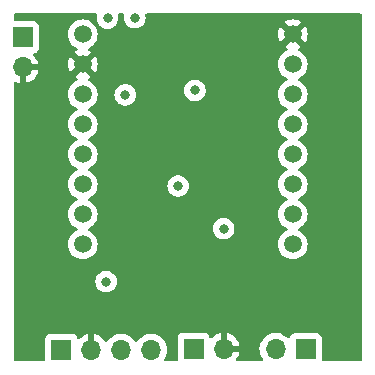
<source format=gbr>
%TF.GenerationSoftware,KiCad,Pcbnew,(6.0.9)*%
%TF.CreationDate,2023-11-13T03:06:44-05:00*%
%TF.ProjectId,ALRT_v1,414c5254-5f76-4312-9e6b-696361645f70,rev?*%
%TF.SameCoordinates,Original*%
%TF.FileFunction,Copper,L2,Inr*%
%TF.FilePolarity,Positive*%
%FSLAX46Y46*%
G04 Gerber Fmt 4.6, Leading zero omitted, Abs format (unit mm)*
G04 Created by KiCad (PCBNEW (6.0.9)) date 2023-11-13 03:06:44*
%MOMM*%
%LPD*%
G01*
G04 APERTURE LIST*
%TA.AperFunction,ComponentPad*%
%ADD10R,1.700000X1.700000*%
%TD*%
%TA.AperFunction,ComponentPad*%
%ADD11O,1.700000X1.700000*%
%TD*%
%TA.AperFunction,ComponentPad*%
%ADD12C,1.500000*%
%TD*%
%TA.AperFunction,ViaPad*%
%ADD13C,0.800000*%
%TD*%
G04 APERTURE END LIST*
D10*
%TO.N,/Vib_out*%
%TO.C,J3*%
X112263000Y-100025200D03*
D11*
%TO.N,GND*%
X114803000Y-100025200D03*
%TD*%
D10*
%TO.N,+3V3*%
%TO.C,J4*%
X101051200Y-100101400D03*
D11*
%TO.N,GND*%
X103591200Y-100101400D03*
%TO.N,/SDA*%
X106131200Y-100101400D03*
%TO.N,/SCL*%
X108671200Y-100101400D03*
%TD*%
D10*
%TO.N,+BATT*%
%TO.C,J1*%
X97790000Y-73660000D03*
D11*
%TO.N,GND*%
X97790000Y-76200000D03*
%TD*%
D10*
%TO.N,/Electrode_p*%
%TO.C,J2*%
X121742200Y-100050600D03*
D11*
%TO.N,/Electrode_n*%
X119202200Y-100050600D03*
%TD*%
D12*
%TO.N,GND*%
%TO.C,U1*%
X120650000Y-73410000D03*
%TO.N,+3V3*%
X120650000Y-75950000D03*
%TO.N,/Vref*%
X120650000Y-78490000D03*
%TO.N,/LED1*%
X120650000Y-81030000D03*
%TO.N,/LED2*%
X120650000Y-83570000D03*
%TO.N,/LED3*%
X120650000Y-86110000D03*
%TO.N,/LED4*%
X120650000Y-88650000D03*
%TO.N,/Shock_chg*%
X120650000Y-91190000D03*
%TO.N,+BATT*%
X102870000Y-73410000D03*
%TO.N,GND*%
X102870000Y-75950000D03*
%TO.N,unconnected-(U1-Pad11)*%
X102870000Y-78490000D03*
%TO.N,/Vib*%
X102870000Y-81030000D03*
%TO.N,/PBNO*%
X102870000Y-83570000D03*
%TO.N,/SDA*%
X102870000Y-86110000D03*
%TO.N,/SCL*%
X102870000Y-88650000D03*
%TO.N,/Shock_dis*%
X102870000Y-91190000D03*
%TD*%
D13*
%TO.N,GND*%
X97600000Y-83198200D03*
X107238800Y-94056200D03*
X100685600Y-97028000D03*
X107878550Y-94683150D03*
X107594400Y-90779600D03*
X107670600Y-90119200D03*
%TO.N,+3V3*%
X112369600Y-78155800D03*
%TO.N,GND*%
X109474000Y-78460600D03*
%TO.N,+3V3*%
X104851200Y-94335600D03*
X106476800Y-78525685D03*
X110955400Y-86241200D03*
X114808000Y-89865200D03*
%TO.N,GND*%
X114008200Y-75094800D03*
X109067600Y-82346800D03*
X117678200Y-82397600D03*
X124663200Y-88544400D03*
%TO.N,/SCL*%
X107289600Y-71983600D03*
%TO.N,/SDA*%
X104978200Y-72034400D03*
%TD*%
%TA.AperFunction,Conductor*%
%TO.N,GND*%
G36*
X104049529Y-71648502D02*
G01*
X104096022Y-71702158D01*
X104106126Y-71772432D01*
X104101242Y-71793431D01*
X104084658Y-71844472D01*
X104064696Y-72034400D01*
X104065386Y-72040965D01*
X104079979Y-72179806D01*
X104084658Y-72224328D01*
X104143673Y-72405956D01*
X104146976Y-72411678D01*
X104146977Y-72411679D01*
X104180886Y-72470410D01*
X104239160Y-72571344D01*
X104243578Y-72576251D01*
X104243579Y-72576252D01*
X104324703Y-72666349D01*
X104366947Y-72713266D01*
X104521448Y-72825518D01*
X104527476Y-72828202D01*
X104527478Y-72828203D01*
X104670994Y-72892100D01*
X104695912Y-72903194D01*
X104789312Y-72923047D01*
X104876256Y-72941528D01*
X104876261Y-72941528D01*
X104882713Y-72942900D01*
X105073687Y-72942900D01*
X105080139Y-72941528D01*
X105080144Y-72941528D01*
X105167088Y-72923047D01*
X105260488Y-72903194D01*
X105285406Y-72892100D01*
X105428922Y-72828203D01*
X105428924Y-72828202D01*
X105434952Y-72825518D01*
X105589453Y-72713266D01*
X105631697Y-72666349D01*
X105712821Y-72576252D01*
X105712822Y-72576251D01*
X105717240Y-72571344D01*
X105775514Y-72470410D01*
X105809423Y-72411679D01*
X105809424Y-72411678D01*
X105812727Y-72405956D01*
X105871742Y-72224328D01*
X105876422Y-72179806D01*
X105891014Y-72040965D01*
X105891704Y-72034400D01*
X105871742Y-71844472D01*
X105855159Y-71793435D01*
X105853131Y-71722469D01*
X105889793Y-71661671D01*
X105953505Y-71630346D01*
X105974992Y-71628500D01*
X106276302Y-71628500D01*
X106344423Y-71648502D01*
X106390916Y-71702158D01*
X106401020Y-71772432D01*
X106399058Y-71780846D01*
X106399471Y-71780934D01*
X106398098Y-71787395D01*
X106396058Y-71793672D01*
X106376096Y-71983600D01*
X106376786Y-71990165D01*
X106395255Y-72165885D01*
X106396058Y-72173528D01*
X106455073Y-72355156D01*
X106550560Y-72520544D01*
X106554978Y-72525451D01*
X106554979Y-72525452D01*
X106620267Y-72597962D01*
X106678347Y-72662466D01*
X106832848Y-72774718D01*
X106838876Y-72777402D01*
X106838878Y-72777403D01*
X107001281Y-72849709D01*
X107007312Y-72852394D01*
X107100713Y-72872247D01*
X107187656Y-72890728D01*
X107187661Y-72890728D01*
X107194113Y-72892100D01*
X107385087Y-72892100D01*
X107391539Y-72890728D01*
X107391544Y-72890728D01*
X107478487Y-72872247D01*
X107571888Y-72852394D01*
X107577919Y-72849709D01*
X107740322Y-72777403D01*
X107740324Y-72777402D01*
X107746352Y-72774718D01*
X107900853Y-72662466D01*
X107958933Y-72597962D01*
X108024221Y-72525452D01*
X108024222Y-72525451D01*
X108028640Y-72520544D01*
X108121973Y-72358887D01*
X119964477Y-72358887D01*
X119971545Y-72372334D01*
X120637189Y-73037979D01*
X120651132Y-73045592D01*
X120652966Y-73045461D01*
X120659580Y-73041210D01*
X121329180Y-72371609D01*
X121335607Y-72359839D01*
X121326313Y-72347825D01*
X121285912Y-72319536D01*
X121276416Y-72314053D01*
X121086887Y-72225674D01*
X121076595Y-72221928D01*
X120874599Y-72167804D01*
X120863804Y-72165901D01*
X120655475Y-72147674D01*
X120644525Y-72147674D01*
X120436196Y-72165901D01*
X120425401Y-72167804D01*
X120223405Y-72221928D01*
X120213113Y-72225674D01*
X120023583Y-72314054D01*
X120014093Y-72319534D01*
X119972851Y-72348411D01*
X119964477Y-72358887D01*
X108121973Y-72358887D01*
X108124127Y-72355156D01*
X108183142Y-72173528D01*
X108183946Y-72165885D01*
X108202414Y-71990165D01*
X108203104Y-71983600D01*
X108183142Y-71793672D01*
X108181102Y-71787395D01*
X108179729Y-71780934D01*
X108182717Y-71780299D01*
X108180998Y-71722617D01*
X108217587Y-71661775D01*
X108281261Y-71630372D01*
X108302898Y-71628500D01*
X126365500Y-71628500D01*
X126433621Y-71648502D01*
X126480114Y-71702158D01*
X126491500Y-71754500D01*
X126491500Y-100965500D01*
X126471498Y-101033621D01*
X126417842Y-101080114D01*
X126365500Y-101091500D01*
X123225620Y-101091500D01*
X123157499Y-101071498D01*
X123111006Y-101017842D01*
X123100951Y-100955572D01*
X123100147Y-100955528D01*
X123100331Y-100952131D01*
X123100700Y-100948734D01*
X123100700Y-99152466D01*
X123093945Y-99090284D01*
X123042815Y-98953895D01*
X122955461Y-98837339D01*
X122838905Y-98749985D01*
X122702516Y-98698855D01*
X122640334Y-98692100D01*
X120844066Y-98692100D01*
X120781884Y-98698855D01*
X120645495Y-98749985D01*
X120528939Y-98837339D01*
X120441585Y-98953895D01*
X120438433Y-98962303D01*
X120397119Y-99072507D01*
X120354477Y-99129271D01*
X120287916Y-99153971D01*
X120218567Y-99138763D01*
X120185943Y-99113076D01*
X120135351Y-99057475D01*
X120135342Y-99057466D01*
X120131870Y-99053651D01*
X120127819Y-99050452D01*
X120127815Y-99050448D01*
X119960614Y-98918400D01*
X119960610Y-98918398D01*
X119956559Y-98915198D01*
X119760989Y-98807238D01*
X119756120Y-98805514D01*
X119756116Y-98805512D01*
X119555287Y-98734395D01*
X119555283Y-98734394D01*
X119550412Y-98732669D01*
X119545319Y-98731762D01*
X119545316Y-98731761D01*
X119335573Y-98694400D01*
X119335567Y-98694399D01*
X119330484Y-98693494D01*
X119256652Y-98692592D01*
X119112281Y-98690828D01*
X119112279Y-98690828D01*
X119107111Y-98690765D01*
X118886291Y-98724555D01*
X118673956Y-98793957D01*
X118643643Y-98809737D01*
X118528375Y-98869742D01*
X118475807Y-98897107D01*
X118471674Y-98900210D01*
X118471671Y-98900212D01*
X118301300Y-99028130D01*
X118297165Y-99031235D01*
X118272080Y-99057485D01*
X118203480Y-99129271D01*
X118142829Y-99192738D01*
X118139915Y-99197010D01*
X118139914Y-99197011D01*
X118105266Y-99247803D01*
X118016943Y-99377280D01*
X117922888Y-99579905D01*
X117863189Y-99795170D01*
X117839451Y-100017295D01*
X117852310Y-100240315D01*
X117853447Y-100245361D01*
X117853448Y-100245367D01*
X117863758Y-100291115D01*
X117901422Y-100458239D01*
X117985466Y-100665216D01*
X118102187Y-100855688D01*
X118105565Y-100859588D01*
X118105566Y-100859589D01*
X118125848Y-100883003D01*
X118155330Y-100947588D01*
X118145215Y-101017861D01*
X118098714Y-101071509D01*
X118030610Y-101091500D01*
X115954812Y-101091500D01*
X115886691Y-101071498D01*
X115840198Y-101017842D01*
X115830094Y-100947568D01*
X115852489Y-100891974D01*
X115968009Y-100731211D01*
X115973313Y-100722383D01*
X116067670Y-100531467D01*
X116071469Y-100521872D01*
X116133377Y-100318110D01*
X116135555Y-100308037D01*
X116136986Y-100297162D01*
X116134775Y-100282978D01*
X116121617Y-100279200D01*
X114675000Y-100279200D01*
X114606879Y-100259198D01*
X114560386Y-100205542D01*
X114549000Y-100153200D01*
X114549000Y-99753085D01*
X115057000Y-99753085D01*
X115061475Y-99768324D01*
X115062865Y-99769529D01*
X115070548Y-99771200D01*
X116121344Y-99771200D01*
X116134875Y-99767227D01*
X116136180Y-99758147D01*
X116094214Y-99591075D01*
X116090894Y-99581324D01*
X116005972Y-99386014D01*
X116001105Y-99376939D01*
X115885426Y-99198126D01*
X115879136Y-99189957D01*
X115735806Y-99032440D01*
X115728273Y-99025415D01*
X115561139Y-98893422D01*
X115552552Y-98887717D01*
X115366117Y-98784799D01*
X115356705Y-98780569D01*
X115155959Y-98709480D01*
X115145988Y-98706846D01*
X115074837Y-98694172D01*
X115061540Y-98695632D01*
X115057000Y-98710189D01*
X115057000Y-99753085D01*
X114549000Y-99753085D01*
X114549000Y-98708302D01*
X114545082Y-98694958D01*
X114530806Y-98692971D01*
X114492324Y-98698860D01*
X114482288Y-98701251D01*
X114279868Y-98767412D01*
X114270359Y-98771409D01*
X114081463Y-98869742D01*
X114072738Y-98875236D01*
X113902433Y-99003105D01*
X113894726Y-99009948D01*
X113817478Y-99090784D01*
X113755954Y-99126214D01*
X113685042Y-99122757D01*
X113627255Y-99081511D01*
X113608402Y-99047963D01*
X113566767Y-98936903D01*
X113563615Y-98928495D01*
X113476261Y-98811939D01*
X113359705Y-98724585D01*
X113223316Y-98673455D01*
X113161134Y-98666700D01*
X111364866Y-98666700D01*
X111302684Y-98673455D01*
X111166295Y-98724585D01*
X111049739Y-98811939D01*
X110962385Y-98928495D01*
X110911255Y-99064884D01*
X110904500Y-99127066D01*
X110904500Y-100923334D01*
X110904868Y-100926726D01*
X110904869Y-100926736D01*
X110907602Y-100951894D01*
X110895073Y-101021776D01*
X110846752Y-101073791D01*
X110782339Y-101091500D01*
X109878385Y-101091500D01*
X109810264Y-101071498D01*
X109763771Y-101017842D01*
X109753667Y-100947568D01*
X109776062Y-100891974D01*
X109836635Y-100807677D01*
X109839653Y-100803477D01*
X109907986Y-100665216D01*
X109936336Y-100607853D01*
X109936337Y-100607851D01*
X109938630Y-100603211D01*
X110003570Y-100389469D01*
X110032729Y-100167990D01*
X110032811Y-100164640D01*
X110034274Y-100104765D01*
X110034274Y-100104761D01*
X110034356Y-100101400D01*
X110016052Y-99878761D01*
X109961631Y-99662102D01*
X109872554Y-99457240D01*
X109751214Y-99269677D01*
X109600870Y-99104451D01*
X109596819Y-99101252D01*
X109596815Y-99101248D01*
X109429614Y-98969200D01*
X109429610Y-98969198D01*
X109425559Y-98965998D01*
X109418866Y-98962303D01*
X109357622Y-98928495D01*
X109229989Y-98858038D01*
X109225120Y-98856314D01*
X109225116Y-98856312D01*
X109024287Y-98785195D01*
X109024283Y-98785194D01*
X109019412Y-98783469D01*
X109014319Y-98782562D01*
X109014316Y-98782561D01*
X108804573Y-98745200D01*
X108804567Y-98745199D01*
X108799484Y-98744294D01*
X108725652Y-98743392D01*
X108581281Y-98741628D01*
X108581279Y-98741628D01*
X108576111Y-98741565D01*
X108355291Y-98775355D01*
X108142956Y-98844757D01*
X107944807Y-98947907D01*
X107940674Y-98951010D01*
X107940671Y-98951012D01*
X107770300Y-99078930D01*
X107766165Y-99082035D01*
X107762593Y-99085773D01*
X107635396Y-99218877D01*
X107611829Y-99243538D01*
X107504401Y-99401021D01*
X107449493Y-99446021D01*
X107378968Y-99454192D01*
X107315221Y-99422938D01*
X107294524Y-99398454D01*
X107214022Y-99274017D01*
X107214020Y-99274014D01*
X107211214Y-99269677D01*
X107060870Y-99104451D01*
X107056819Y-99101252D01*
X107056815Y-99101248D01*
X106889614Y-98969200D01*
X106889610Y-98969198D01*
X106885559Y-98965998D01*
X106878866Y-98962303D01*
X106817622Y-98928495D01*
X106689989Y-98858038D01*
X106685120Y-98856314D01*
X106685116Y-98856312D01*
X106484287Y-98785195D01*
X106484283Y-98785194D01*
X106479412Y-98783469D01*
X106474319Y-98782562D01*
X106474316Y-98782561D01*
X106264573Y-98745200D01*
X106264567Y-98745199D01*
X106259484Y-98744294D01*
X106185652Y-98743392D01*
X106041281Y-98741628D01*
X106041279Y-98741628D01*
X106036111Y-98741565D01*
X105815291Y-98775355D01*
X105602956Y-98844757D01*
X105404807Y-98947907D01*
X105400674Y-98951010D01*
X105400671Y-98951012D01*
X105230300Y-99078930D01*
X105226165Y-99082035D01*
X105222593Y-99085773D01*
X105095396Y-99218877D01*
X105071829Y-99243538D01*
X104964404Y-99401018D01*
X104964098Y-99401466D01*
X104909187Y-99446469D01*
X104838662Y-99454640D01*
X104774915Y-99423386D01*
X104754218Y-99398902D01*
X104673626Y-99274326D01*
X104667336Y-99266157D01*
X104524006Y-99108640D01*
X104516473Y-99101615D01*
X104349339Y-98969622D01*
X104340752Y-98963917D01*
X104154317Y-98860999D01*
X104144905Y-98856769D01*
X103944159Y-98785680D01*
X103934188Y-98783046D01*
X103863037Y-98770372D01*
X103849740Y-98771832D01*
X103845200Y-98786389D01*
X103845200Y-100229400D01*
X103825198Y-100297521D01*
X103771542Y-100344014D01*
X103719200Y-100355400D01*
X103463200Y-100355400D01*
X103395079Y-100335398D01*
X103348586Y-100281742D01*
X103337200Y-100229400D01*
X103337200Y-98784502D01*
X103333282Y-98771158D01*
X103319006Y-98769171D01*
X103280524Y-98775060D01*
X103270488Y-98777451D01*
X103068068Y-98843612D01*
X103058559Y-98847609D01*
X102869663Y-98945942D01*
X102860938Y-98951436D01*
X102690633Y-99079305D01*
X102682926Y-99086148D01*
X102605678Y-99166984D01*
X102544154Y-99202414D01*
X102473242Y-99198957D01*
X102415455Y-99157711D01*
X102396602Y-99124163D01*
X102354967Y-99013103D01*
X102351815Y-99004695D01*
X102264461Y-98888139D01*
X102147905Y-98800785D01*
X102011516Y-98749655D01*
X101949334Y-98742900D01*
X100153066Y-98742900D01*
X100090884Y-98749655D01*
X99954495Y-98800785D01*
X99837939Y-98888139D01*
X99750585Y-99004695D01*
X99699455Y-99141084D01*
X99692700Y-99203266D01*
X99692700Y-100965500D01*
X99672698Y-101033621D01*
X99619042Y-101080114D01*
X99566700Y-101091500D01*
X97154500Y-101091500D01*
X97086379Y-101071498D01*
X97039886Y-101017842D01*
X97028500Y-100965500D01*
X97028500Y-94335600D01*
X103937696Y-94335600D01*
X103957658Y-94525528D01*
X104016673Y-94707156D01*
X104112160Y-94872544D01*
X104239947Y-95014466D01*
X104394448Y-95126718D01*
X104400476Y-95129402D01*
X104400478Y-95129403D01*
X104562881Y-95201709D01*
X104568912Y-95204394D01*
X104662312Y-95224247D01*
X104749256Y-95242728D01*
X104749261Y-95242728D01*
X104755713Y-95244100D01*
X104946687Y-95244100D01*
X104953139Y-95242728D01*
X104953144Y-95242728D01*
X105040087Y-95224247D01*
X105133488Y-95204394D01*
X105139519Y-95201709D01*
X105301922Y-95129403D01*
X105301924Y-95129402D01*
X105307952Y-95126718D01*
X105462453Y-95014466D01*
X105590240Y-94872544D01*
X105685727Y-94707156D01*
X105744742Y-94525528D01*
X105764704Y-94335600D01*
X105744742Y-94145672D01*
X105685727Y-93964044D01*
X105590240Y-93798656D01*
X105462453Y-93656734D01*
X105307952Y-93544482D01*
X105301924Y-93541798D01*
X105301922Y-93541797D01*
X105139519Y-93469491D01*
X105139518Y-93469491D01*
X105133488Y-93466806D01*
X105040088Y-93446953D01*
X104953144Y-93428472D01*
X104953139Y-93428472D01*
X104946687Y-93427100D01*
X104755713Y-93427100D01*
X104749261Y-93428472D01*
X104749256Y-93428472D01*
X104662312Y-93446953D01*
X104568912Y-93466806D01*
X104562882Y-93469491D01*
X104562881Y-93469491D01*
X104400478Y-93541797D01*
X104400476Y-93541798D01*
X104394448Y-93544482D01*
X104239947Y-93656734D01*
X104112160Y-93798656D01*
X104016673Y-93964044D01*
X103957658Y-94145672D01*
X103937696Y-94335600D01*
X97028500Y-94335600D01*
X97028500Y-91190000D01*
X101606693Y-91190000D01*
X101625885Y-91409371D01*
X101682880Y-91622076D01*
X101685205Y-91627061D01*
X101773618Y-91816666D01*
X101773621Y-91816671D01*
X101775944Y-91821653D01*
X101902251Y-92002038D01*
X102057962Y-92157749D01*
X102238346Y-92284056D01*
X102437924Y-92377120D01*
X102650629Y-92434115D01*
X102870000Y-92453307D01*
X103089371Y-92434115D01*
X103302076Y-92377120D01*
X103501654Y-92284056D01*
X103682038Y-92157749D01*
X103837749Y-92002038D01*
X103964056Y-91821653D01*
X103966379Y-91816671D01*
X103966382Y-91816666D01*
X104054795Y-91627061D01*
X104057120Y-91622076D01*
X104114115Y-91409371D01*
X104133307Y-91190000D01*
X119386693Y-91190000D01*
X119405885Y-91409371D01*
X119462880Y-91622076D01*
X119465205Y-91627061D01*
X119553618Y-91816666D01*
X119553621Y-91816671D01*
X119555944Y-91821653D01*
X119682251Y-92002038D01*
X119837962Y-92157749D01*
X120018346Y-92284056D01*
X120217924Y-92377120D01*
X120430629Y-92434115D01*
X120650000Y-92453307D01*
X120869371Y-92434115D01*
X121082076Y-92377120D01*
X121281654Y-92284056D01*
X121462038Y-92157749D01*
X121617749Y-92002038D01*
X121744056Y-91821653D01*
X121746379Y-91816671D01*
X121746382Y-91816666D01*
X121834795Y-91627061D01*
X121837120Y-91622076D01*
X121894115Y-91409371D01*
X121913307Y-91190000D01*
X121894115Y-90970629D01*
X121837120Y-90757924D01*
X121790993Y-90659003D01*
X121746382Y-90563334D01*
X121746379Y-90563329D01*
X121744056Y-90558347D01*
X121736775Y-90547949D01*
X121620908Y-90382473D01*
X121620906Y-90382470D01*
X121617749Y-90377962D01*
X121462038Y-90222251D01*
X121281654Y-90095944D01*
X121276672Y-90093621D01*
X121276667Y-90093618D01*
X121149232Y-90034195D01*
X121095947Y-89987278D01*
X121076486Y-89919001D01*
X121097028Y-89851041D01*
X121149232Y-89805805D01*
X121276667Y-89746382D01*
X121276672Y-89746379D01*
X121281654Y-89744056D01*
X121462038Y-89617749D01*
X121617749Y-89462038D01*
X121707421Y-89333974D01*
X121740899Y-89286162D01*
X121740900Y-89286160D01*
X121744056Y-89281653D01*
X121746379Y-89276671D01*
X121746382Y-89276666D01*
X121834795Y-89087061D01*
X121837120Y-89082076D01*
X121894115Y-88869371D01*
X121913307Y-88650000D01*
X121894115Y-88430629D01*
X121837120Y-88217924D01*
X121793585Y-88124562D01*
X121746382Y-88023334D01*
X121746379Y-88023329D01*
X121744056Y-88018347D01*
X121617749Y-87837962D01*
X121462038Y-87682251D01*
X121281654Y-87555944D01*
X121276672Y-87553621D01*
X121276667Y-87553618D01*
X121149232Y-87494195D01*
X121095947Y-87447278D01*
X121076486Y-87379001D01*
X121097028Y-87311041D01*
X121149232Y-87265805D01*
X121276667Y-87206382D01*
X121276672Y-87206379D01*
X121281654Y-87204056D01*
X121462038Y-87077749D01*
X121617749Y-86922038D01*
X121744056Y-86741653D01*
X121746379Y-86736671D01*
X121746382Y-86736666D01*
X121834795Y-86547061D01*
X121837120Y-86542076D01*
X121894115Y-86329371D01*
X121913307Y-86110000D01*
X121894115Y-85890629D01*
X121837120Y-85677924D01*
X121781409Y-85558451D01*
X121746382Y-85483334D01*
X121746379Y-85483329D01*
X121744056Y-85478347D01*
X121722385Y-85447397D01*
X121620908Y-85302473D01*
X121620906Y-85302470D01*
X121617749Y-85297962D01*
X121462038Y-85142251D01*
X121281654Y-85015944D01*
X121276672Y-85013621D01*
X121276667Y-85013618D01*
X121149232Y-84954195D01*
X121095947Y-84907278D01*
X121076486Y-84839001D01*
X121097028Y-84771041D01*
X121149232Y-84725805D01*
X121276667Y-84666382D01*
X121276672Y-84666379D01*
X121281654Y-84664056D01*
X121462038Y-84537749D01*
X121617749Y-84382038D01*
X121744056Y-84201653D01*
X121746379Y-84196671D01*
X121746382Y-84196666D01*
X121834795Y-84007061D01*
X121837120Y-84002076D01*
X121894115Y-83789371D01*
X121913307Y-83570000D01*
X121894115Y-83350629D01*
X121837120Y-83137924D01*
X121793585Y-83044562D01*
X121746382Y-82943334D01*
X121746379Y-82943329D01*
X121744056Y-82938347D01*
X121617749Y-82757962D01*
X121462038Y-82602251D01*
X121281654Y-82475944D01*
X121276672Y-82473621D01*
X121276667Y-82473618D01*
X121149232Y-82414195D01*
X121095947Y-82367278D01*
X121076486Y-82299001D01*
X121097028Y-82231041D01*
X121149232Y-82185805D01*
X121276667Y-82126382D01*
X121276672Y-82126379D01*
X121281654Y-82124056D01*
X121462038Y-81997749D01*
X121617749Y-81842038D01*
X121744056Y-81661653D01*
X121746379Y-81656671D01*
X121746382Y-81656666D01*
X121834795Y-81467061D01*
X121837120Y-81462076D01*
X121894115Y-81249371D01*
X121913307Y-81030000D01*
X121894115Y-80810629D01*
X121837120Y-80597924D01*
X121793585Y-80504562D01*
X121746382Y-80403334D01*
X121746379Y-80403329D01*
X121744056Y-80398347D01*
X121617749Y-80217962D01*
X121462038Y-80062251D01*
X121281654Y-79935944D01*
X121276672Y-79933621D01*
X121276667Y-79933618D01*
X121149232Y-79874195D01*
X121095947Y-79827278D01*
X121076486Y-79759001D01*
X121097028Y-79691041D01*
X121149232Y-79645805D01*
X121276667Y-79586382D01*
X121276672Y-79586379D01*
X121281654Y-79584056D01*
X121462038Y-79457749D01*
X121617749Y-79302038D01*
X121683292Y-79208434D01*
X121740899Y-79126162D01*
X121740900Y-79126160D01*
X121744056Y-79121653D01*
X121746379Y-79116671D01*
X121746382Y-79116666D01*
X121825536Y-78946918D01*
X121837120Y-78922076D01*
X121894115Y-78709371D01*
X121913307Y-78490000D01*
X121894115Y-78270629D01*
X121837120Y-78057924D01*
X121791268Y-77959594D01*
X121746382Y-77863334D01*
X121746379Y-77863329D01*
X121744056Y-77858347D01*
X121733265Y-77842936D01*
X121620908Y-77682473D01*
X121620906Y-77682470D01*
X121617749Y-77677962D01*
X121462038Y-77522251D01*
X121456706Y-77518517D01*
X121382322Y-77466433D01*
X121281654Y-77395944D01*
X121276672Y-77393621D01*
X121276667Y-77393618D01*
X121149232Y-77334195D01*
X121095947Y-77287278D01*
X121076486Y-77219001D01*
X121097028Y-77151041D01*
X121149232Y-77105805D01*
X121276667Y-77046382D01*
X121276672Y-77046379D01*
X121281654Y-77044056D01*
X121462038Y-76917749D01*
X121617749Y-76762038D01*
X121656801Y-76706267D01*
X121740899Y-76586162D01*
X121740900Y-76586160D01*
X121744056Y-76581653D01*
X121746379Y-76576671D01*
X121746382Y-76576666D01*
X121797264Y-76467548D01*
X121837120Y-76382076D01*
X121894115Y-76169371D01*
X121913307Y-75950000D01*
X121894115Y-75730629D01*
X121837120Y-75517924D01*
X121769507Y-75372926D01*
X121746382Y-75323334D01*
X121746379Y-75323329D01*
X121744056Y-75318347D01*
X121712786Y-75273689D01*
X121620908Y-75142473D01*
X121620906Y-75142470D01*
X121617749Y-75137962D01*
X121462038Y-74982251D01*
X121435641Y-74963767D01*
X121344342Y-74899839D01*
X121281654Y-74855944D01*
X121276672Y-74853621D01*
X121276667Y-74853618D01*
X121148641Y-74793919D01*
X121095356Y-74747002D01*
X121075895Y-74678724D01*
X121096437Y-74610764D01*
X121148641Y-74565529D01*
X121276416Y-74505947D01*
X121285912Y-74500464D01*
X121327148Y-74471590D01*
X121335523Y-74461112D01*
X121328457Y-74447668D01*
X120662811Y-73782021D01*
X120648868Y-73774408D01*
X120647034Y-73774539D01*
X120640420Y-73778790D01*
X119970820Y-74448391D01*
X119964393Y-74460161D01*
X119973687Y-74472175D01*
X120014088Y-74500464D01*
X120023584Y-74505947D01*
X120151359Y-74565529D01*
X120204644Y-74612446D01*
X120224105Y-74680724D01*
X120203563Y-74748684D01*
X120151359Y-74793919D01*
X120023334Y-74853618D01*
X120023329Y-74853621D01*
X120018347Y-74855944D01*
X120013840Y-74859100D01*
X120013838Y-74859101D01*
X119842473Y-74979092D01*
X119842470Y-74979094D01*
X119837962Y-74982251D01*
X119682251Y-75137962D01*
X119679094Y-75142470D01*
X119679092Y-75142473D01*
X119587214Y-75273689D01*
X119555944Y-75318347D01*
X119553621Y-75323329D01*
X119553618Y-75323334D01*
X119530493Y-75372926D01*
X119462880Y-75517924D01*
X119405885Y-75730629D01*
X119386693Y-75950000D01*
X119405885Y-76169371D01*
X119462880Y-76382076D01*
X119502736Y-76467548D01*
X119553618Y-76576666D01*
X119553621Y-76576671D01*
X119555944Y-76581653D01*
X119559100Y-76586160D01*
X119559101Y-76586162D01*
X119643200Y-76706267D01*
X119682251Y-76762038D01*
X119837962Y-76917749D01*
X120018346Y-77044056D01*
X120023328Y-77046379D01*
X120023333Y-77046382D01*
X120150768Y-77105805D01*
X120204053Y-77152722D01*
X120223514Y-77220999D01*
X120202972Y-77288959D01*
X120150768Y-77334195D01*
X120023334Y-77393618D01*
X120023329Y-77393621D01*
X120018347Y-77395944D01*
X120013840Y-77399100D01*
X120013838Y-77399101D01*
X119842473Y-77519092D01*
X119842470Y-77519094D01*
X119837962Y-77522251D01*
X119682251Y-77677962D01*
X119679094Y-77682470D01*
X119679092Y-77682473D01*
X119566735Y-77842936D01*
X119555944Y-77858347D01*
X119553621Y-77863329D01*
X119553618Y-77863334D01*
X119508732Y-77959594D01*
X119462880Y-78057924D01*
X119405885Y-78270629D01*
X119386693Y-78490000D01*
X119405885Y-78709371D01*
X119462880Y-78922076D01*
X119474464Y-78946918D01*
X119553618Y-79116666D01*
X119553621Y-79116671D01*
X119555944Y-79121653D01*
X119559100Y-79126160D01*
X119559101Y-79126162D01*
X119616709Y-79208434D01*
X119682251Y-79302038D01*
X119837962Y-79457749D01*
X120018346Y-79584056D01*
X120023328Y-79586379D01*
X120023333Y-79586382D01*
X120150768Y-79645805D01*
X120204053Y-79692722D01*
X120223514Y-79760999D01*
X120202972Y-79828959D01*
X120150768Y-79874195D01*
X120023334Y-79933618D01*
X120023329Y-79933621D01*
X120018347Y-79935944D01*
X120013840Y-79939100D01*
X120013838Y-79939101D01*
X119842473Y-80059092D01*
X119842470Y-80059094D01*
X119837962Y-80062251D01*
X119682251Y-80217962D01*
X119555944Y-80398347D01*
X119553621Y-80403329D01*
X119553618Y-80403334D01*
X119506415Y-80504562D01*
X119462880Y-80597924D01*
X119405885Y-80810629D01*
X119386693Y-81030000D01*
X119405885Y-81249371D01*
X119462880Y-81462076D01*
X119465205Y-81467061D01*
X119553618Y-81656666D01*
X119553621Y-81656671D01*
X119555944Y-81661653D01*
X119682251Y-81842038D01*
X119837962Y-81997749D01*
X120018346Y-82124056D01*
X120023328Y-82126379D01*
X120023333Y-82126382D01*
X120150768Y-82185805D01*
X120204053Y-82232722D01*
X120223514Y-82300999D01*
X120202972Y-82368959D01*
X120150768Y-82414195D01*
X120023334Y-82473618D01*
X120023329Y-82473621D01*
X120018347Y-82475944D01*
X120013840Y-82479100D01*
X120013838Y-82479101D01*
X119842473Y-82599092D01*
X119842470Y-82599094D01*
X119837962Y-82602251D01*
X119682251Y-82757962D01*
X119555944Y-82938347D01*
X119553621Y-82943329D01*
X119553618Y-82943334D01*
X119506415Y-83044562D01*
X119462880Y-83137924D01*
X119405885Y-83350629D01*
X119386693Y-83570000D01*
X119405885Y-83789371D01*
X119462880Y-84002076D01*
X119465205Y-84007061D01*
X119553618Y-84196666D01*
X119553621Y-84196671D01*
X119555944Y-84201653D01*
X119682251Y-84382038D01*
X119837962Y-84537749D01*
X120018346Y-84664056D01*
X120023328Y-84666379D01*
X120023333Y-84666382D01*
X120150768Y-84725805D01*
X120204053Y-84772722D01*
X120223514Y-84840999D01*
X120202972Y-84908959D01*
X120150768Y-84954195D01*
X120023334Y-85013618D01*
X120023329Y-85013621D01*
X120018347Y-85015944D01*
X120013840Y-85019100D01*
X120013838Y-85019101D01*
X119842473Y-85139092D01*
X119842470Y-85139094D01*
X119837962Y-85142251D01*
X119682251Y-85297962D01*
X119679094Y-85302470D01*
X119679092Y-85302473D01*
X119577615Y-85447397D01*
X119555944Y-85478347D01*
X119553621Y-85483329D01*
X119553618Y-85483334D01*
X119518591Y-85558451D01*
X119462880Y-85677924D01*
X119405885Y-85890629D01*
X119386693Y-86110000D01*
X119405885Y-86329371D01*
X119462880Y-86542076D01*
X119465205Y-86547061D01*
X119553618Y-86736666D01*
X119553621Y-86736671D01*
X119555944Y-86741653D01*
X119682251Y-86922038D01*
X119837962Y-87077749D01*
X120018346Y-87204056D01*
X120023328Y-87206379D01*
X120023333Y-87206382D01*
X120150768Y-87265805D01*
X120204053Y-87312722D01*
X120223514Y-87380999D01*
X120202972Y-87448959D01*
X120150768Y-87494195D01*
X120023334Y-87553618D01*
X120023329Y-87553621D01*
X120018347Y-87555944D01*
X120013840Y-87559100D01*
X120013838Y-87559101D01*
X119842473Y-87679092D01*
X119842470Y-87679094D01*
X119837962Y-87682251D01*
X119682251Y-87837962D01*
X119555944Y-88018347D01*
X119553621Y-88023329D01*
X119553618Y-88023334D01*
X119506415Y-88124562D01*
X119462880Y-88217924D01*
X119405885Y-88430629D01*
X119386693Y-88650000D01*
X119405885Y-88869371D01*
X119462880Y-89082076D01*
X119465205Y-89087061D01*
X119553618Y-89276666D01*
X119553621Y-89276671D01*
X119555944Y-89281653D01*
X119559100Y-89286160D01*
X119559101Y-89286162D01*
X119592580Y-89333974D01*
X119682251Y-89462038D01*
X119837962Y-89617749D01*
X120018346Y-89744056D01*
X120023328Y-89746379D01*
X120023333Y-89746382D01*
X120150768Y-89805805D01*
X120204053Y-89852722D01*
X120223514Y-89920999D01*
X120202972Y-89988959D01*
X120150768Y-90034195D01*
X120023334Y-90093618D01*
X120023329Y-90093621D01*
X120018347Y-90095944D01*
X120013840Y-90099100D01*
X120013838Y-90099101D01*
X119842473Y-90219092D01*
X119842470Y-90219094D01*
X119837962Y-90222251D01*
X119682251Y-90377962D01*
X119679094Y-90382470D01*
X119679092Y-90382473D01*
X119563225Y-90547949D01*
X119555944Y-90558347D01*
X119553621Y-90563329D01*
X119553618Y-90563334D01*
X119509007Y-90659003D01*
X119462880Y-90757924D01*
X119405885Y-90970629D01*
X119386693Y-91190000D01*
X104133307Y-91190000D01*
X104114115Y-90970629D01*
X104057120Y-90757924D01*
X104010993Y-90659003D01*
X103966382Y-90563334D01*
X103966379Y-90563329D01*
X103964056Y-90558347D01*
X103956775Y-90547949D01*
X103840908Y-90382473D01*
X103840906Y-90382470D01*
X103837749Y-90377962D01*
X103682038Y-90222251D01*
X103501654Y-90095944D01*
X103496672Y-90093621D01*
X103496667Y-90093618D01*
X103369232Y-90034195D01*
X103315947Y-89987278D01*
X103296486Y-89919001D01*
X103312748Y-89865200D01*
X113894496Y-89865200D01*
X113895186Y-89871765D01*
X113908967Y-90002880D01*
X113914458Y-90055128D01*
X113973473Y-90236756D01*
X114068960Y-90402144D01*
X114196747Y-90544066D01*
X114351248Y-90656318D01*
X114357276Y-90659002D01*
X114357278Y-90659003D01*
X114519681Y-90731309D01*
X114525712Y-90733994D01*
X114614841Y-90752939D01*
X114706056Y-90772328D01*
X114706061Y-90772328D01*
X114712513Y-90773700D01*
X114903487Y-90773700D01*
X114909939Y-90772328D01*
X114909944Y-90772328D01*
X115001159Y-90752939D01*
X115090288Y-90733994D01*
X115096319Y-90731309D01*
X115258722Y-90659003D01*
X115258724Y-90659002D01*
X115264752Y-90656318D01*
X115419253Y-90544066D01*
X115547040Y-90402144D01*
X115642527Y-90236756D01*
X115701542Y-90055128D01*
X115707034Y-90002880D01*
X115720814Y-89871765D01*
X115721504Y-89865200D01*
X115709016Y-89746382D01*
X115702232Y-89681835D01*
X115702232Y-89681833D01*
X115701542Y-89675272D01*
X115642527Y-89493644D01*
X115547040Y-89328256D01*
X115509139Y-89286162D01*
X115423675Y-89191245D01*
X115423674Y-89191244D01*
X115419253Y-89186334D01*
X115264752Y-89074082D01*
X115258724Y-89071398D01*
X115258722Y-89071397D01*
X115096319Y-88999091D01*
X115096318Y-88999091D01*
X115090288Y-88996406D01*
X114996887Y-88976553D01*
X114909944Y-88958072D01*
X114909939Y-88958072D01*
X114903487Y-88956700D01*
X114712513Y-88956700D01*
X114706061Y-88958072D01*
X114706056Y-88958072D01*
X114619113Y-88976553D01*
X114525712Y-88996406D01*
X114519682Y-88999091D01*
X114519681Y-88999091D01*
X114357278Y-89071397D01*
X114357276Y-89071398D01*
X114351248Y-89074082D01*
X114196747Y-89186334D01*
X114192326Y-89191244D01*
X114192325Y-89191245D01*
X114106862Y-89286162D01*
X114068960Y-89328256D01*
X113973473Y-89493644D01*
X113914458Y-89675272D01*
X113913768Y-89681833D01*
X113913768Y-89681835D01*
X113906984Y-89746382D01*
X113894496Y-89865200D01*
X103312748Y-89865200D01*
X103317028Y-89851041D01*
X103369232Y-89805805D01*
X103496667Y-89746382D01*
X103496672Y-89746379D01*
X103501654Y-89744056D01*
X103682038Y-89617749D01*
X103837749Y-89462038D01*
X103927421Y-89333974D01*
X103960899Y-89286162D01*
X103960900Y-89286160D01*
X103964056Y-89281653D01*
X103966379Y-89276671D01*
X103966382Y-89276666D01*
X104054795Y-89087061D01*
X104057120Y-89082076D01*
X104114115Y-88869371D01*
X104133307Y-88650000D01*
X104114115Y-88430629D01*
X104057120Y-88217924D01*
X104013585Y-88124562D01*
X103966382Y-88023334D01*
X103966379Y-88023329D01*
X103964056Y-88018347D01*
X103837749Y-87837962D01*
X103682038Y-87682251D01*
X103501654Y-87555944D01*
X103496672Y-87553621D01*
X103496667Y-87553618D01*
X103369232Y-87494195D01*
X103315947Y-87447278D01*
X103296486Y-87379001D01*
X103317028Y-87311041D01*
X103369232Y-87265805D01*
X103496667Y-87206382D01*
X103496672Y-87206379D01*
X103501654Y-87204056D01*
X103682038Y-87077749D01*
X103837749Y-86922038D01*
X103964056Y-86741653D01*
X103966379Y-86736671D01*
X103966382Y-86736666D01*
X104054795Y-86547061D01*
X104057120Y-86542076D01*
X104114115Y-86329371D01*
X104121829Y-86241200D01*
X110041896Y-86241200D01*
X110061858Y-86431128D01*
X110120873Y-86612756D01*
X110216360Y-86778144D01*
X110344147Y-86920066D01*
X110498648Y-87032318D01*
X110504676Y-87035002D01*
X110504678Y-87035003D01*
X110591935Y-87073852D01*
X110673112Y-87109994D01*
X110766513Y-87129847D01*
X110853456Y-87148328D01*
X110853461Y-87148328D01*
X110859913Y-87149700D01*
X111050887Y-87149700D01*
X111057339Y-87148328D01*
X111057344Y-87148328D01*
X111144287Y-87129847D01*
X111237688Y-87109994D01*
X111318865Y-87073852D01*
X111406122Y-87035003D01*
X111406124Y-87035002D01*
X111412152Y-87032318D01*
X111566653Y-86920066D01*
X111694440Y-86778144D01*
X111789927Y-86612756D01*
X111848942Y-86431128D01*
X111868904Y-86241200D01*
X111855690Y-86115475D01*
X111849632Y-86057835D01*
X111849632Y-86057833D01*
X111848942Y-86051272D01*
X111789927Y-85869644D01*
X111694440Y-85704256D01*
X111566653Y-85562334D01*
X111412152Y-85450082D01*
X111406124Y-85447398D01*
X111406122Y-85447397D01*
X111243719Y-85375091D01*
X111243718Y-85375091D01*
X111237688Y-85372406D01*
X111144287Y-85352553D01*
X111057344Y-85334072D01*
X111057339Y-85334072D01*
X111050887Y-85332700D01*
X110859913Y-85332700D01*
X110853461Y-85334072D01*
X110853456Y-85334072D01*
X110766513Y-85352553D01*
X110673112Y-85372406D01*
X110667082Y-85375091D01*
X110667081Y-85375091D01*
X110504678Y-85447397D01*
X110504676Y-85447398D01*
X110498648Y-85450082D01*
X110344147Y-85562334D01*
X110216360Y-85704256D01*
X110120873Y-85869644D01*
X110061858Y-86051272D01*
X110061168Y-86057833D01*
X110061168Y-86057835D01*
X110055110Y-86115475D01*
X110041896Y-86241200D01*
X104121829Y-86241200D01*
X104133307Y-86110000D01*
X104114115Y-85890629D01*
X104057120Y-85677924D01*
X104001409Y-85558451D01*
X103966382Y-85483334D01*
X103966379Y-85483329D01*
X103964056Y-85478347D01*
X103942385Y-85447397D01*
X103840908Y-85302473D01*
X103840906Y-85302470D01*
X103837749Y-85297962D01*
X103682038Y-85142251D01*
X103501654Y-85015944D01*
X103496672Y-85013621D01*
X103496667Y-85013618D01*
X103369232Y-84954195D01*
X103315947Y-84907278D01*
X103296486Y-84839001D01*
X103317028Y-84771041D01*
X103369232Y-84725805D01*
X103496667Y-84666382D01*
X103496672Y-84666379D01*
X103501654Y-84664056D01*
X103682038Y-84537749D01*
X103837749Y-84382038D01*
X103964056Y-84201653D01*
X103966379Y-84196671D01*
X103966382Y-84196666D01*
X104054795Y-84007061D01*
X104057120Y-84002076D01*
X104114115Y-83789371D01*
X104133307Y-83570000D01*
X104114115Y-83350629D01*
X104057120Y-83137924D01*
X104013585Y-83044562D01*
X103966382Y-82943334D01*
X103966379Y-82943329D01*
X103964056Y-82938347D01*
X103837749Y-82757962D01*
X103682038Y-82602251D01*
X103501654Y-82475944D01*
X103496672Y-82473621D01*
X103496667Y-82473618D01*
X103369232Y-82414195D01*
X103315947Y-82367278D01*
X103296486Y-82299001D01*
X103317028Y-82231041D01*
X103369232Y-82185805D01*
X103496667Y-82126382D01*
X103496672Y-82126379D01*
X103501654Y-82124056D01*
X103682038Y-81997749D01*
X103837749Y-81842038D01*
X103964056Y-81661653D01*
X103966379Y-81656671D01*
X103966382Y-81656666D01*
X104054795Y-81467061D01*
X104057120Y-81462076D01*
X104114115Y-81249371D01*
X104133307Y-81030000D01*
X104114115Y-80810629D01*
X104057120Y-80597924D01*
X104013585Y-80504562D01*
X103966382Y-80403334D01*
X103966379Y-80403329D01*
X103964056Y-80398347D01*
X103837749Y-80217962D01*
X103682038Y-80062251D01*
X103501654Y-79935944D01*
X103496672Y-79933621D01*
X103496667Y-79933618D01*
X103369232Y-79874195D01*
X103315947Y-79827278D01*
X103296486Y-79759001D01*
X103317028Y-79691041D01*
X103369232Y-79645805D01*
X103496667Y-79586382D01*
X103496672Y-79586379D01*
X103501654Y-79584056D01*
X103682038Y-79457749D01*
X103837749Y-79302038D01*
X103903292Y-79208434D01*
X103960899Y-79126162D01*
X103960900Y-79126160D01*
X103964056Y-79121653D01*
X103966379Y-79116671D01*
X103966382Y-79116666D01*
X104045536Y-78946918D01*
X104057120Y-78922076D01*
X104114115Y-78709371D01*
X104130185Y-78525685D01*
X105563296Y-78525685D01*
X105583258Y-78715613D01*
X105642273Y-78897241D01*
X105645576Y-78902963D01*
X105645577Y-78902964D01*
X105659490Y-78927061D01*
X105737760Y-79062629D01*
X105865547Y-79204551D01*
X105964643Y-79276549D01*
X106005090Y-79305935D01*
X106020048Y-79316803D01*
X106026076Y-79319487D01*
X106026078Y-79319488D01*
X106188481Y-79391794D01*
X106194512Y-79394479D01*
X106287912Y-79414332D01*
X106374856Y-79432813D01*
X106374861Y-79432813D01*
X106381313Y-79434185D01*
X106572287Y-79434185D01*
X106578739Y-79432813D01*
X106578744Y-79432813D01*
X106665688Y-79414332D01*
X106759088Y-79394479D01*
X106765119Y-79391794D01*
X106927522Y-79319488D01*
X106927524Y-79319487D01*
X106933552Y-79316803D01*
X106948511Y-79305935D01*
X106988957Y-79276549D01*
X107088053Y-79204551D01*
X107215840Y-79062629D01*
X107294110Y-78927061D01*
X107308023Y-78902964D01*
X107308024Y-78902963D01*
X107311327Y-78897241D01*
X107370342Y-78715613D01*
X107390304Y-78525685D01*
X107370342Y-78335757D01*
X107311870Y-78155800D01*
X111456096Y-78155800D01*
X111456786Y-78162365D01*
X111468741Y-78276106D01*
X111476058Y-78345728D01*
X111535073Y-78527356D01*
X111630560Y-78692744D01*
X111758347Y-78834666D01*
X111912848Y-78946918D01*
X111918876Y-78949602D01*
X111918878Y-78949603D01*
X112081281Y-79021909D01*
X112087312Y-79024594D01*
X112180712Y-79044447D01*
X112267656Y-79062928D01*
X112267661Y-79062928D01*
X112274113Y-79064300D01*
X112465087Y-79064300D01*
X112471539Y-79062928D01*
X112471544Y-79062928D01*
X112558488Y-79044447D01*
X112651888Y-79024594D01*
X112657919Y-79021909D01*
X112820322Y-78949603D01*
X112820324Y-78949602D01*
X112826352Y-78946918D01*
X112980853Y-78834666D01*
X113108640Y-78692744D01*
X113204127Y-78527356D01*
X113263142Y-78345728D01*
X113270460Y-78276106D01*
X113282414Y-78162365D01*
X113283104Y-78155800D01*
X113263142Y-77965872D01*
X113204127Y-77784244D01*
X113108640Y-77618856D01*
X113029180Y-77530606D01*
X112985275Y-77481845D01*
X112985274Y-77481844D01*
X112980853Y-77476934D01*
X112881757Y-77404936D01*
X112831694Y-77368563D01*
X112831693Y-77368562D01*
X112826352Y-77364682D01*
X112820324Y-77361998D01*
X112820322Y-77361997D01*
X112657919Y-77289691D01*
X112657918Y-77289691D01*
X112651888Y-77287006D01*
X112558487Y-77267153D01*
X112471544Y-77248672D01*
X112471539Y-77248672D01*
X112465087Y-77247300D01*
X112274113Y-77247300D01*
X112267661Y-77248672D01*
X112267656Y-77248672D01*
X112180713Y-77267153D01*
X112087312Y-77287006D01*
X112081282Y-77289691D01*
X112081281Y-77289691D01*
X111918878Y-77361997D01*
X111918876Y-77361998D01*
X111912848Y-77364682D01*
X111907507Y-77368562D01*
X111907506Y-77368563D01*
X111857443Y-77404936D01*
X111758347Y-77476934D01*
X111753926Y-77481844D01*
X111753925Y-77481845D01*
X111710021Y-77530606D01*
X111630560Y-77618856D01*
X111535073Y-77784244D01*
X111476058Y-77965872D01*
X111456096Y-78155800D01*
X107311870Y-78155800D01*
X107311327Y-78154129D01*
X107215840Y-77988741D01*
X107088053Y-77846819D01*
X106933552Y-77734567D01*
X106927524Y-77731883D01*
X106927522Y-77731882D01*
X106765119Y-77659576D01*
X106765118Y-77659576D01*
X106759088Y-77656891D01*
X106665688Y-77637038D01*
X106578744Y-77618557D01*
X106578739Y-77618557D01*
X106572287Y-77617185D01*
X106381313Y-77617185D01*
X106374861Y-77618557D01*
X106374856Y-77618557D01*
X106287912Y-77637038D01*
X106194512Y-77656891D01*
X106188482Y-77659576D01*
X106188481Y-77659576D01*
X106026078Y-77731882D01*
X106026076Y-77731883D01*
X106020048Y-77734567D01*
X105865547Y-77846819D01*
X105737760Y-77988741D01*
X105642273Y-78154129D01*
X105583258Y-78335757D01*
X105563296Y-78525685D01*
X104130185Y-78525685D01*
X104133307Y-78490000D01*
X104114115Y-78270629D01*
X104057120Y-78057924D01*
X104011268Y-77959594D01*
X103966382Y-77863334D01*
X103966379Y-77863329D01*
X103964056Y-77858347D01*
X103953265Y-77842936D01*
X103840908Y-77682473D01*
X103840906Y-77682470D01*
X103837749Y-77677962D01*
X103682038Y-77522251D01*
X103676706Y-77518517D01*
X103602322Y-77466433D01*
X103501654Y-77395944D01*
X103496672Y-77393621D01*
X103496667Y-77393618D01*
X103368641Y-77333919D01*
X103315356Y-77287002D01*
X103295895Y-77218724D01*
X103316437Y-77150764D01*
X103368641Y-77105529D01*
X103496416Y-77045947D01*
X103505912Y-77040464D01*
X103547148Y-77011590D01*
X103555523Y-77001112D01*
X103548457Y-76987668D01*
X102882811Y-76322021D01*
X102868868Y-76314408D01*
X102867034Y-76314539D01*
X102860420Y-76318790D01*
X102190820Y-76988391D01*
X102184393Y-77000161D01*
X102193687Y-77012175D01*
X102234088Y-77040464D01*
X102243584Y-77045947D01*
X102371359Y-77105529D01*
X102424644Y-77152446D01*
X102444105Y-77220724D01*
X102423563Y-77288684D01*
X102371359Y-77333919D01*
X102243334Y-77393618D01*
X102243329Y-77393621D01*
X102238347Y-77395944D01*
X102233840Y-77399100D01*
X102233838Y-77399101D01*
X102062473Y-77519092D01*
X102062470Y-77519094D01*
X102057962Y-77522251D01*
X101902251Y-77677962D01*
X101899094Y-77682470D01*
X101899092Y-77682473D01*
X101786735Y-77842936D01*
X101775944Y-77858347D01*
X101773621Y-77863329D01*
X101773618Y-77863334D01*
X101728732Y-77959594D01*
X101682880Y-78057924D01*
X101625885Y-78270629D01*
X101606693Y-78490000D01*
X101625885Y-78709371D01*
X101682880Y-78922076D01*
X101694464Y-78946918D01*
X101773618Y-79116666D01*
X101773621Y-79116671D01*
X101775944Y-79121653D01*
X101779100Y-79126160D01*
X101779101Y-79126162D01*
X101836709Y-79208434D01*
X101902251Y-79302038D01*
X102057962Y-79457749D01*
X102238346Y-79584056D01*
X102243328Y-79586379D01*
X102243333Y-79586382D01*
X102370768Y-79645805D01*
X102424053Y-79692722D01*
X102443514Y-79760999D01*
X102422972Y-79828959D01*
X102370768Y-79874195D01*
X102243334Y-79933618D01*
X102243329Y-79933621D01*
X102238347Y-79935944D01*
X102233840Y-79939100D01*
X102233838Y-79939101D01*
X102062473Y-80059092D01*
X102062470Y-80059094D01*
X102057962Y-80062251D01*
X101902251Y-80217962D01*
X101775944Y-80398347D01*
X101773621Y-80403329D01*
X101773618Y-80403334D01*
X101726415Y-80504562D01*
X101682880Y-80597924D01*
X101625885Y-80810629D01*
X101606693Y-81030000D01*
X101625885Y-81249371D01*
X101682880Y-81462076D01*
X101685205Y-81467061D01*
X101773618Y-81656666D01*
X101773621Y-81656671D01*
X101775944Y-81661653D01*
X101902251Y-81842038D01*
X102057962Y-81997749D01*
X102238346Y-82124056D01*
X102243328Y-82126379D01*
X102243333Y-82126382D01*
X102370768Y-82185805D01*
X102424053Y-82232722D01*
X102443514Y-82300999D01*
X102422972Y-82368959D01*
X102370768Y-82414195D01*
X102243334Y-82473618D01*
X102243329Y-82473621D01*
X102238347Y-82475944D01*
X102233840Y-82479100D01*
X102233838Y-82479101D01*
X102062473Y-82599092D01*
X102062470Y-82599094D01*
X102057962Y-82602251D01*
X101902251Y-82757962D01*
X101775944Y-82938347D01*
X101773621Y-82943329D01*
X101773618Y-82943334D01*
X101726415Y-83044562D01*
X101682880Y-83137924D01*
X101625885Y-83350629D01*
X101606693Y-83570000D01*
X101625885Y-83789371D01*
X101682880Y-84002076D01*
X101685205Y-84007061D01*
X101773618Y-84196666D01*
X101773621Y-84196671D01*
X101775944Y-84201653D01*
X101902251Y-84382038D01*
X102057962Y-84537749D01*
X102238346Y-84664056D01*
X102243328Y-84666379D01*
X102243333Y-84666382D01*
X102370768Y-84725805D01*
X102424053Y-84772722D01*
X102443514Y-84840999D01*
X102422972Y-84908959D01*
X102370768Y-84954195D01*
X102243334Y-85013618D01*
X102243329Y-85013621D01*
X102238347Y-85015944D01*
X102233840Y-85019100D01*
X102233838Y-85019101D01*
X102062473Y-85139092D01*
X102062470Y-85139094D01*
X102057962Y-85142251D01*
X101902251Y-85297962D01*
X101899094Y-85302470D01*
X101899092Y-85302473D01*
X101797615Y-85447397D01*
X101775944Y-85478347D01*
X101773621Y-85483329D01*
X101773618Y-85483334D01*
X101738591Y-85558451D01*
X101682880Y-85677924D01*
X101625885Y-85890629D01*
X101606693Y-86110000D01*
X101625885Y-86329371D01*
X101682880Y-86542076D01*
X101685205Y-86547061D01*
X101773618Y-86736666D01*
X101773621Y-86736671D01*
X101775944Y-86741653D01*
X101902251Y-86922038D01*
X102057962Y-87077749D01*
X102238346Y-87204056D01*
X102243328Y-87206379D01*
X102243333Y-87206382D01*
X102370768Y-87265805D01*
X102424053Y-87312722D01*
X102443514Y-87380999D01*
X102422972Y-87448959D01*
X102370768Y-87494195D01*
X102243334Y-87553618D01*
X102243329Y-87553621D01*
X102238347Y-87555944D01*
X102233840Y-87559100D01*
X102233838Y-87559101D01*
X102062473Y-87679092D01*
X102062470Y-87679094D01*
X102057962Y-87682251D01*
X101902251Y-87837962D01*
X101775944Y-88018347D01*
X101773621Y-88023329D01*
X101773618Y-88023334D01*
X101726415Y-88124562D01*
X101682880Y-88217924D01*
X101625885Y-88430629D01*
X101606693Y-88650000D01*
X101625885Y-88869371D01*
X101682880Y-89082076D01*
X101685205Y-89087061D01*
X101773618Y-89276666D01*
X101773621Y-89276671D01*
X101775944Y-89281653D01*
X101779100Y-89286160D01*
X101779101Y-89286162D01*
X101812580Y-89333974D01*
X101902251Y-89462038D01*
X102057962Y-89617749D01*
X102238346Y-89744056D01*
X102243328Y-89746379D01*
X102243333Y-89746382D01*
X102370768Y-89805805D01*
X102424053Y-89852722D01*
X102443514Y-89920999D01*
X102422972Y-89988959D01*
X102370768Y-90034195D01*
X102243334Y-90093618D01*
X102243329Y-90093621D01*
X102238347Y-90095944D01*
X102233840Y-90099100D01*
X102233838Y-90099101D01*
X102062473Y-90219092D01*
X102062470Y-90219094D01*
X102057962Y-90222251D01*
X101902251Y-90377962D01*
X101899094Y-90382470D01*
X101899092Y-90382473D01*
X101783225Y-90547949D01*
X101775944Y-90558347D01*
X101773621Y-90563329D01*
X101773618Y-90563334D01*
X101729007Y-90659003D01*
X101682880Y-90757924D01*
X101625885Y-90970629D01*
X101606693Y-91190000D01*
X97028500Y-91190000D01*
X97028500Y-77545749D01*
X97048502Y-77477628D01*
X97102158Y-77431135D01*
X97172432Y-77421031D01*
X97200914Y-77429680D01*
X97201217Y-77428886D01*
X97405001Y-77506703D01*
X97414899Y-77509579D01*
X97518250Y-77530606D01*
X97532299Y-77529410D01*
X97536000Y-77519065D01*
X97536000Y-77518517D01*
X98044000Y-77518517D01*
X98048064Y-77532359D01*
X98061478Y-77534393D01*
X98068184Y-77533534D01*
X98078262Y-77531392D01*
X98282255Y-77470191D01*
X98291842Y-77466433D01*
X98483095Y-77372739D01*
X98491945Y-77367464D01*
X98665328Y-77243792D01*
X98673200Y-77237139D01*
X98824052Y-77086812D01*
X98830730Y-77078965D01*
X98955003Y-76906020D01*
X98960313Y-76897183D01*
X99054670Y-76706267D01*
X99058469Y-76696672D01*
X99120377Y-76492910D01*
X99122555Y-76482837D01*
X99123986Y-76471962D01*
X99121775Y-76457778D01*
X99108617Y-76454000D01*
X98062115Y-76454000D01*
X98046876Y-76458475D01*
X98045671Y-76459865D01*
X98044000Y-76467548D01*
X98044000Y-77518517D01*
X97536000Y-77518517D01*
X97536000Y-76072000D01*
X97556002Y-76003879D01*
X97609658Y-75957386D01*
X97618443Y-75955475D01*
X101607674Y-75955475D01*
X101625901Y-76163804D01*
X101627804Y-76174599D01*
X101681928Y-76376595D01*
X101685674Y-76386887D01*
X101774054Y-76576417D01*
X101779534Y-76585907D01*
X101808411Y-76627149D01*
X101818887Y-76635523D01*
X101832334Y-76628455D01*
X102497979Y-75962811D01*
X102504356Y-75951132D01*
X103234408Y-75951132D01*
X103234539Y-75952966D01*
X103238790Y-75959580D01*
X103908391Y-76629180D01*
X103920161Y-76635607D01*
X103932176Y-76626311D01*
X103960466Y-76585907D01*
X103965946Y-76576417D01*
X104054326Y-76386887D01*
X104058072Y-76376595D01*
X104112196Y-76174599D01*
X104114099Y-76163804D01*
X104132326Y-75955475D01*
X104132326Y-75944525D01*
X104114099Y-75736196D01*
X104112196Y-75725401D01*
X104058072Y-75523405D01*
X104054326Y-75513113D01*
X103965946Y-75323583D01*
X103960466Y-75314093D01*
X103931589Y-75272851D01*
X103921113Y-75264477D01*
X103907666Y-75271545D01*
X103242021Y-75937189D01*
X103234408Y-75951132D01*
X102504356Y-75951132D01*
X102505592Y-75948868D01*
X102505461Y-75947034D01*
X102501210Y-75940420D01*
X101831609Y-75270820D01*
X101819839Y-75264393D01*
X101807824Y-75273689D01*
X101779534Y-75314093D01*
X101774054Y-75323583D01*
X101685674Y-75513113D01*
X101681928Y-75523405D01*
X101627804Y-75725401D01*
X101625901Y-75736196D01*
X101607674Y-75944525D01*
X101607674Y-75955475D01*
X97618443Y-75955475D01*
X97662000Y-75946000D01*
X99108344Y-75946000D01*
X99121875Y-75942027D01*
X99123180Y-75932947D01*
X99081214Y-75765875D01*
X99077894Y-75756124D01*
X98992972Y-75560814D01*
X98988105Y-75551739D01*
X98872426Y-75372926D01*
X98866136Y-75364757D01*
X98722293Y-75206677D01*
X98691241Y-75142831D01*
X98699635Y-75072333D01*
X98744812Y-75017564D01*
X98771256Y-75003895D01*
X98878297Y-74963767D01*
X98886705Y-74960615D01*
X99003261Y-74873261D01*
X99090615Y-74756705D01*
X99141745Y-74620316D01*
X99148500Y-74558134D01*
X99148500Y-73410000D01*
X101606693Y-73410000D01*
X101625885Y-73629371D01*
X101682880Y-73842076D01*
X101685205Y-73847061D01*
X101773618Y-74036666D01*
X101773621Y-74036671D01*
X101775944Y-74041653D01*
X101779100Y-74046160D01*
X101779101Y-74046162D01*
X101807801Y-74087149D01*
X101902251Y-74222038D01*
X102057962Y-74377749D01*
X102238346Y-74504056D01*
X102243328Y-74506379D01*
X102243333Y-74506382D01*
X102371359Y-74566081D01*
X102424644Y-74612998D01*
X102444105Y-74681276D01*
X102423563Y-74749236D01*
X102371359Y-74794471D01*
X102243583Y-74854054D01*
X102234093Y-74859534D01*
X102192851Y-74888411D01*
X102184477Y-74898887D01*
X102191545Y-74912334D01*
X102857189Y-75577979D01*
X102871132Y-75585592D01*
X102872966Y-75585461D01*
X102879580Y-75581210D01*
X103549180Y-74911609D01*
X103555607Y-74899839D01*
X103546313Y-74887825D01*
X103505912Y-74859536D01*
X103496416Y-74854053D01*
X103368641Y-74794471D01*
X103315356Y-74747554D01*
X103295895Y-74679276D01*
X103316437Y-74611316D01*
X103368641Y-74566081D01*
X103496667Y-74506382D01*
X103496672Y-74506379D01*
X103501654Y-74504056D01*
X103682038Y-74377749D01*
X103837749Y-74222038D01*
X103932200Y-74087149D01*
X103960899Y-74046162D01*
X103960900Y-74046160D01*
X103964056Y-74041653D01*
X103966379Y-74036671D01*
X103966382Y-74036666D01*
X104054795Y-73847061D01*
X104057120Y-73842076D01*
X104114115Y-73629371D01*
X104132828Y-73415475D01*
X119387674Y-73415475D01*
X119405901Y-73623804D01*
X119407804Y-73634599D01*
X119461928Y-73836595D01*
X119465674Y-73846887D01*
X119554054Y-74036417D01*
X119559534Y-74045907D01*
X119588411Y-74087149D01*
X119598887Y-74095523D01*
X119612334Y-74088455D01*
X120277979Y-73422811D01*
X120284356Y-73411132D01*
X121014408Y-73411132D01*
X121014539Y-73412966D01*
X121018790Y-73419580D01*
X121688391Y-74089180D01*
X121700161Y-74095607D01*
X121712176Y-74086311D01*
X121740466Y-74045907D01*
X121745946Y-74036417D01*
X121834326Y-73846887D01*
X121838072Y-73836595D01*
X121892196Y-73634599D01*
X121894099Y-73623804D01*
X121912326Y-73415475D01*
X121912326Y-73404525D01*
X121894099Y-73196196D01*
X121892196Y-73185401D01*
X121838072Y-72983405D01*
X121834326Y-72973113D01*
X121745946Y-72783583D01*
X121740466Y-72774093D01*
X121711589Y-72732851D01*
X121701113Y-72724477D01*
X121687666Y-72731545D01*
X121022021Y-73397189D01*
X121014408Y-73411132D01*
X120284356Y-73411132D01*
X120285592Y-73408868D01*
X120285461Y-73407034D01*
X120281210Y-73400420D01*
X119611609Y-72730820D01*
X119599839Y-72724393D01*
X119587824Y-72733689D01*
X119559534Y-72774093D01*
X119554054Y-72783583D01*
X119465674Y-72973113D01*
X119461928Y-72983405D01*
X119407804Y-73185401D01*
X119405901Y-73196196D01*
X119387674Y-73404525D01*
X119387674Y-73415475D01*
X104132828Y-73415475D01*
X104133307Y-73410000D01*
X104114115Y-73190629D01*
X104057120Y-72977924D01*
X104013585Y-72884562D01*
X103966382Y-72783334D01*
X103966379Y-72783329D01*
X103964056Y-72778347D01*
X103960899Y-72773838D01*
X103840908Y-72602473D01*
X103840906Y-72602470D01*
X103837749Y-72597962D01*
X103682038Y-72442251D01*
X103501654Y-72315944D01*
X103302076Y-72222880D01*
X103089371Y-72165885D01*
X102870000Y-72146693D01*
X102650629Y-72165885D01*
X102437924Y-72222880D01*
X102344562Y-72266415D01*
X102243334Y-72313618D01*
X102243329Y-72313621D01*
X102238347Y-72315944D01*
X102233840Y-72319100D01*
X102233838Y-72319101D01*
X102062473Y-72439092D01*
X102062470Y-72439094D01*
X102057962Y-72442251D01*
X101902251Y-72597962D01*
X101899094Y-72602470D01*
X101899092Y-72602473D01*
X101779101Y-72773838D01*
X101775944Y-72778347D01*
X101773621Y-72783329D01*
X101773618Y-72783334D01*
X101726415Y-72884562D01*
X101682880Y-72977924D01*
X101625885Y-73190629D01*
X101606693Y-73410000D01*
X99148500Y-73410000D01*
X99148500Y-72761866D01*
X99141745Y-72699684D01*
X99090615Y-72563295D01*
X99003261Y-72446739D01*
X98886705Y-72359385D01*
X98750316Y-72308255D01*
X98688134Y-72301500D01*
X97154500Y-72301500D01*
X97086379Y-72281498D01*
X97039886Y-72227842D01*
X97028500Y-72175500D01*
X97028500Y-71754500D01*
X97048502Y-71686379D01*
X97102158Y-71639886D01*
X97154500Y-71628500D01*
X103981408Y-71628500D01*
X104049529Y-71648502D01*
G37*
%TD.AperFunction*%
%TD*%
M02*

</source>
